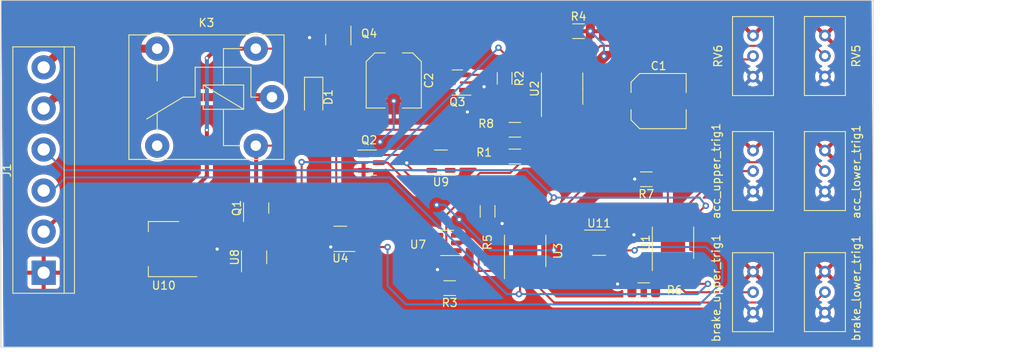
<source format=kicad_pcb>
(kicad_pcb (version 20221018) (generator pcbnew)
  (layers (0 "F.Cu" signal) (31 "B.Cu" signal) (34 "B.Paste" user) (35 "F.Paste" user) (36 "B.SilkS" user "B.Silkscreen") (37 "F.SilkS" user "F.Silkscreen") (38 "B.Mask" user) (39 "F.Mask" user) (44 "Edge.Cuts" user))
  (net 0 "")
  (net 1 "VCC")
  (net 2 "GND")
  (net 3 "12V")
  (net 4 "Shutdown B")
  (net 6 "Shutdown A")
  (net 7 "Net-(Q1-G)")
  (net 8 "Net-(Q2-G)")
  (net 9 "Net-(Q2-D)")
  (net 10 "Net-(Q3-G)")
  (net 11 "Net-(Q3-D)")
  (net 12 "Net-(U11-A)")
  (net 13 "b_in")
  (net 14 "a_in")
  (net 15 "Net-(U11-B)")
  (net 16 "Net-(R2-Pad1)")
  (net 17 "Net-(U7-A)")
  (net 18 "Net-(U7-B)")
  (net 21 "Net-(U11-Y)")
  (net 22 "Net-(U3A-+)")
  (net 23 "Net-(U3B-+)")
  (net 24 "Net-(U1B--)")
  (net 25 "Net-(U2B-+)")
  (net 26 "Net-(U2A-+)")
  (net 27 "Net-(U1A--)")
  (net 28 "Net-(U4-Y)")
  (net 29 "Net-(U4-B)")
  (net 30 "Net-(D1-A)")
  (footprint "Potentiometer_THT:Potentiometer_Bourns_3296W_Vertical" (layer "F.Cu") (at 107.442 46.228 -90)
    (fp_text reference "RV6" (at -2.54 4.318 90) (layer "F.SilkS"))
    (fp_text value "1K trimmer")
    (pad "1" thru_hole circle (at 0 0 270) (size 1.44 1.44) (drill 0.8) (layers "*.Cu" "*.Mask") (net 1 "VCC"))
    (pad "2" thru_hole circle (at -2.54 0 270) (size 1.44 1.44) (drill 0.8) (layers "*.Cu" "*.Mask") (net 26 "Net-(U2A-+)"))
    (pad "3" thru_hole circle (at -5.08 0 270) (size 1.44 1.44) (drill 0.8) (layers "*.Cu" "*.Mask") (net 2 "GND"))
  )
  (footprint "Resistor_SMD:R_1206_3216Metric" (layer "F.Cu") (at 74.6 62.9 -90)
    (fp_text reference "R5" (at 3.81 0 90) (layer "F.SilkS"))
    (fp_text value "R")
    (pad "1" smd roundrect (at -1.4625 0 270) (size 1.125 1.75) (layers "F.Cu" "F.Paste" "F.Mask") (roundrect_rratio 0.2222222222) (net 17 "Net-(U7-A)"))
    (pad "2" smd roundrect (at 1.4625 0 270) (size 1.125 1.75) (layers "F.Cu" "F.Paste" "F.Mask") (roundrect_rratio 0.2222222222) (net 1 "VCC"))
  )
  (footprint "Resistor_SMD:R_1206_3216Metric" (layer "F.Cu") (at 77.978 52.802 180)
    (fp_text reference "R8" (at 3.556 0.752) (layer "F.SilkS"))
    (fp_text value "1k")
    (pad "1" smd roundrect (at -1.4625 0 180) (size 1.125 1.75) (layers "F.Cu" "F.Paste" "F.Mask") (roundrect_rratio 0.2222222222) (net 10 "Net-(Q3-G)"))
    (pad "2" smd roundrect (at 1.4625 0 180) (size 1.125 1.75) (layers "F.Cu" "F.Paste" "F.Mask") (roundrect_rratio 0.2222222222) (net 1 "VCC"))
  )
  (footprint "Resistor_SMD:R_1206_3216Metric" (layer "F.Cu") (at 94.234 58.928 180)
    (fp_text reference "R7" (at 0 -1.82) (layer "F.SilkS"))
    (fp_text value "R")
    (pad "1" smd roundrect (at -1.4625 0 180) (size 1.125 1.75) (layers "F.Cu" "F.Paste" "F.Mask") (roundrect_rratio 0.2222222222) (net 12 "Net-(U11-A)"))
    (pad "2" smd roundrect (at 1.4625 0 180) (size 1.125 1.75) (layers "F.Cu" "F.Paste" "F.Mask") (roundrect_rratio 0.2222222222) (net 1 "VCC"))
  )
  (footprint "TerminalBlock:TerminalBlock_bornier-6_P5.08mm" (layer "F.Cu") (at 19.685 70.485 90)
    (fp_text reference "J1" (at 12.65 -4.55 90) (layer "F.SilkS"))
    (fp_text value "Screw_Terminal_01x06")
    (pad "1" thru_hole rect (at 0 0 90) (size 3 3) (drill 1.52) (layers "*.Cu" "*.Mask") (net 2 "GND"))
    (pad "2" thru_hole circle (at 5.08 0 90) (size 3 3) (drill 1.52) (layers "*.Cu" "*.Mask") (net 3 "12V"))
    (pad "3" thru_hole circle (at 10.16 0 90) (size 3 3) (drill 1.52) (layers "*.Cu" "*.Mask") (net 14 "a_in"))
    (pad "4" thru_hole circle (at 15.24 0 90) (size 3 3) (drill 1.52) (layers "*.Cu" "*.Mask") (net 13 "b_in"))
    (pad "5" thru_hole circle (at 20.32 0 90) (size 3 3) (drill 1.52) (layers "*.Cu" "*.Mask") (net 6 "Shutdown A"))
    (pad "6" thru_hole circle (at 25.4 0 90) (size 3 3) (drill 1.52) (layers "*.Cu" "*.Mask") (net 4 "Shutdown B"))
  )
  (footprint "Potentiometer_THT:Potentiometer_Bourns_3296W_Vertical" (layer "F.Cu") (at 116.332 75.428 -90)
    (fp_text reference "brake_lower_trig1" (at -3.028 -3.868 90) (layer "F.SilkS"))
    (fp_text value "1K")
    (pad "1" thru_hole circle (at 0 0 270) (size 1.44 1.44) (drill 0.8) (layers "*.Cu" "*.Mask") (net 1 "VCC"))
    (pad "2" thru_hole circle (at -2.54 0 270) (size 1.44 1.44) (drill 0.8) (layers "*.Cu" "*.Mask") (net 22 "Net-(U3A-+)"))
    (pad "3" thru_hole circle (at -5.08 0 270) (size 1.44 1.44) (drill 0.8) (layers "*.Cu" "*.Mask") (net 2 "GND"))
  )
  (footprint "Relay_THT:Relay_SPDT_Finder_36.11" (layer "F.Cu") (at 47.928 48.768 180)
    (fp_text reference "K3" (at 8.1 9.2) (layer "F.SilkS"))
    (fp_text value "Relay_SPDT")
    (pad "11" thru_hole circle (at 0 0 180) (size 3 3) (drill 1.3) (layers "*.Cu" "*.Mask") (net 6 "Shutdown A"))
    (pad "12" thru_hole circle (at 14.2 -6 180) (size 3 3) (drill 1.3) (layers "*.Cu" "*.Mask"))
    (pad "14" thru_hole circle (at 14.2 6 180) (size 3 3) (drill 1.3) (layers "*.Cu" "*.Mask") (net 4 "Shutdown B"))
    (pad "A1" thru_hole circle (at 2 6 180) (size 3 3) (drill 1.3) (layers "*.Cu" "*.Mask") (net 3 "12V"))
    (pad "A2" thru_hole circle (at 2 -6 180) (size 3 3) (drill 1.3) (layers "*.Cu" "*.Mask") (net 30 "Net-(D1-A)"))
  )
  (footprint "Package_TO_SOT_SMD:SOT-23" (layer "F.Cu") (at 70.866 46.96 180)
    (fp_text reference "Q3" (at 0 -2.4) (layer "F.SilkS"))
    (fp_text value "AO3401A")
    (pad "1" smd roundrect (at -0.9375 -0.95 180) (size 1.475 0.6) (layers "F.Cu" "F.Paste" "F.Mask") (net 10 "Net-(Q3-G)"))
    (pad "2" smd roundrect (at -0.9375 0.95 180) (size 1.475 0.6) (layers "F.Cu" "F.Paste" "F.Mask") (net 1 "VCC"))
    (pad "3" smd roundrect (at 0.9375 0 180) (size 1.475 0.6) (layers "F.Cu" "F.Paste" "F.Mask") (net 11 "Net-(Q3-D)"))
  )
  (footprint "Potentiometer_THT:Potentiometer_Bourns_3296W_Vertical" (layer "F.Cu") (at 107.442 75.438 -90)
    (fp_text reference "brake_upper_trig1" (at -3.048 4.572 90) (layer "F.SilkS"))
    (fp_text value "1K")
    (pad "1" thru_hole circle (at 0 0 270) (size 1.44 1.44) (drill 0.8) (layers "*.Cu" "*.Mask") (net 1 "VCC"))
    (pad "2" thru_hole circle (at -2.54 0 270) (size 1.44 1.44) (drill 0.8) (layers "*.Cu" "*.Mask") (net 27 "Net-(U1A--)"))
    (pad "3" thru_hole circle (at -5.08 0 270) (size 1.44 1.44) (drill 0.8) (layers "*.Cu" "*.Mask") (net 2 "GND"))
  )
  (footprint "Capacitor_SMD:C_Elec_6.3x7.7" (layer "F.Cu") (at 95.758 49.256)
    (fp_text reference "C1" (at 0 -4.35) (layer "F.SilkS"))
    (fp_text value "47u")
    (pad "1" smd roundrect (at -2.5375 0) (size 3.325 1.6) (layers "F.Cu" "F.Paste" "F.Mask") (roundrect_rratio 0.15625) (net 9 "Net-(Q2-D)"))
    (pad "2" smd roundrect (at 2.5375 0) (size 3.325 1.6) (layers "F.Cu" "F.Paste" "F.Mask") (roundrect_rratio 0.15625) (net 2 "GND"))
  )
  (footprint "Potentiometer_THT:Potentiometer_Bourns_3296W_Vertical" (layer "F.Cu") (at 116.332 60.452 -90)
    (fp_text reference "acc_lower_trig1" (at -2.452 -3.868 90) (layer "F.SilkS"))
    (fp_text value "1K")
    (pad "1" thru_hole circle (at 0 0 270) (size 1.44 1.44) (drill 0.8) (layers "*.Cu" "*.Mask") (net 1 "VCC"))
    (pad "2" thru_hole circle (at -2.54 0 270) (size 1.44 1.44) (drill 0.8) (layers "*.Cu" "*.Mask") (net 23 "Net-(U3B-+)"))
    (pad "3" thru_hole circle (at -5.08 0 270) (size 1.44 1.44) (drill 0.8) (layers "*.Cu" "*.Mask") (net 2 "GND"))
  )
  (footprint "Resistor_SMD:R_1206_3216Metric" (layer "F.Cu") (at 93.9185 72.644 180)
    (fp_text reference "R6" (at -3.81 0) (layer "F.SilkS"))
    (fp_text value "R")
    (pad "1" smd roundrect (at -1.4625 0 180) (size 1.125 1.75) (layers "F.Cu" "F.Paste" "F.Mask") (roundrect_rratio 0.2222222222) (net 15 "Net-(U11-B)"))
    (pad "2" smd roundrect (at 1.4625 0 180) (size 1.125 1.75) (layers "F.Cu" "F.Paste" "F.Mask") (roundrect_rratio 0.2222222222) (net 1 "VCC"))
  )
  (footprint "Package_TO_SOT_SMD:SOT-223" (layer "F.Cu") (at 34.544 67.564 180)
    (fp_text reference "U10" (at 0 -4.5) (layer "F.SilkS"))
    (fp_text value "AMS1117-5.0")
    (pad "1" smd rect (at -3.15 -2.3 180) (size 2 1.5) (layers "F.Cu" "F.Paste" "F.Mask") (net 2 "GND"))
    (pad "2" smd rect (at -3.15 0 180) (size 2 1.5) (layers "F.Cu" "F.Paste" "F.Mask") (net 1 "VCC"))
    (pad "3" smd rect (at -3.15 2.3 180) (size 2 1.5) (layers "F.Cu" "F.Paste" "F.Mask") (net 3 "12V"))
    (pad "4" smd rect (at 3.15 0 180) (size 2 3.8) (layers "F.Cu" "F.Paste" "F.Mask"))
  )
  (footprint "Package_TO_SOT_SMD:SOT-23-5" (layer "F.Cu") (at 68.834 56.866 180)
    (fp_text reference "U9" (at 0 -2.4) (layer "F.SilkS"))
    (fp_text value "74LVC1GU04DRL")
    (pad "1" smd roundrect (at -1.1375 -0.95 180) (size 1.325 0.6) (layers "F.Cu" "F.Paste" "F.Mask"))
    (pad "2" smd roundrect (at -1.1375 0 180) (size 1.325 0.6) (layers "F.Cu" "F.Paste" "F.Mask") (net 28 "Net-(U4-Y)"))
    (pad "3" smd roundrect (at -1.1375 0.95 180) (size 1.325 0.6) (layers "F.Cu" "F.Paste" "F.Mask") (net 2 "GND"))
    (pad "4" smd roundrect (at 1.1375 0.95 180) (size 1.325 0.6) (layers "F.Cu" "F.Paste" "F.Mask") (net 8 "Net-(Q2-G)"))
    (pad "5" smd roundrect (at 1.1375 -0.95 180) (size 1.325 0.6) (layers "F.Cu" "F.Paste" "F.Mask") (net 1 "VCC"))
  )
  (footprint "Resistor_SMD:R_1206_3216Metric" (layer "F.Cu") (at 76.708 46.452 -90)
    (fp_text reference "R2" (at 0 -1.82 90) (layer "F.SilkS"))
    (fp_text value "R")
    (pad "1" smd roundrect (at -1.4625 0 270) (size 1.125 1.75) (layers "F.Cu" "F.Paste" "F.Mask") (roundrect_rratio 0.2222222222) (net 16 "Net-(R2-Pad1)"))
    (pad "2" smd roundrect (at 1.4625 0 270) (size 1.125 1.75) (layers "F.Cu" "F.Paste" "F.Mask") (roundrect_rratio 0.2222222222) (net 1 "VCC"))
  )
  (footprint "Package_TO_SOT_SMD:SOT-23-5" (layer "F.Cu") (at 88.392 66.772)
    (fp_text reference "U11" (at 0 -2.4) (layer "F.SilkS"))
    (fp_text value "SN74AHC1G08DBVRE4")
    (pad "1" smd roundrect (at -1.1375 -0.95) (size 1.325 0.6) (layers "F.Cu" "F.Paste" "F.Mask") (net 12 "Net-(U11-A)"))
    (pad "2" smd roundrect (at -1.1375 0) (size 1.325 0.6) (layers "F.Cu" "F.Paste" "F.Mask") (net 15 "Net-(U11-B)"))
    (pad "3" smd roundrect (at -1.1375 0.95) (size 1.325 0.6) (layers "F.Cu" "F.Paste" "F.Mask") (net 2 "GND"))
    (pad "4" smd roundrect (at 1.1375 0.95) (size 1.325 0.6) (layers "F.Cu" "F.Paste" "F.Mask") (net 21 "Net-(U11-Y)"))
    (pad "5" smd roundrect (at 1.1375 -0.95) (size 1.325 0.6) (layers "F.Cu" "F.Paste" "F.Mask") (net 1 "VCC"))
  )
  (footprint "Resistor_SMD:R_1206_3216Metric" (layer "F.Cu") (at 77.978 56.104)
    (fp_text reference "R1" (at -3.81 -0.498) (layer "F.SilkS"))
    (fp_text value "10k")
    (pad "1" smd roundrect (at -1.4625 0) (size 1.125 1.75) (layers "F.Cu" "F.Paste" "F.Mask") (roundrect_rratio 0.2222222222) (net 28 "Net-(U4-Y)"))
    (pad "2" smd roundrect (at 1.4625 0) (size 1.125 1.75) (layers "F.Cu" "F.Paste" "F.Mask") (roundrect_rratio 0.2222222222) (net 9 "Net-(Q2-D)"))
  )
  (footprint "Capacitor_SMD:C_Elec_6.3x7.7" (layer "F.Cu") (at 62.992 46.706 -90)
    (fp_text reference "C2" (at 0 -4.35 90) (layer "F.SilkS"))
    (fp_text value "47u")
    (pad "1" smd roundrect (at -2.5375 0 270) (size 3.325 1.6) (layers "F.Cu" "F.Paste" "F.Mask") (roundrect_rratio 0.15625) (net 11 "Net-(Q3-D)"))
    (pad "2" smd roundrect (at 2.5375 0 270) (size 3.325 1.6) (layers "F.Cu" "F.Paste" "F.Mask") (roundrect_rratio 0.15625) (net 2 "GND"))
  )
  (footprint "Potentiometer_THT:Potentiometer_Bourns_3296W_Vertical" (layer "F.Cu") (at 107.442 60.452 -90)
    (fp_text reference "acc_upper_trig1" (at -2.54 4.572 90) (layer "F.SilkS"))
    (fp_text value "1K")
    (pad "1" thru_hole circle (at 0 0 270) (size 1.44 1.44) (drill 0.8) (layers "*.Cu" "*.Mask") (net 1 "VCC"))
    (pad "2" thru_hole circle (at -2.54 0 270) (size 1.44 1.44) (drill 0.8) (layers "*.Cu" "*.Mask") (net 24 "Net-(U1B--)"))
    (pad "3" thru_hole circle (at -5.08 0 270) (size 1.44 1.44) (drill 0.8) (layers "*.Cu" "*.Mask") (net 2 "GND"))
  )
  (footprint "Package_TO_SOT_SMD:SOT-23" (layer "F.Cu") (at 45.974 62.484 90)
    (fp_text reference "Q1" (at 0 -2.4 90) (layer "F.SilkS"))
    (fp_text value "2N7000")
    (pad "1" smd roundrect (at -0.9375 -0.95 90) (size 1.475 0.6) (layers "F.Cu" "F.Paste" "F.Mask") (net 2 "GND"))
    (pad "2" smd roundrect (at -0.9375 0.95 90) (size 1.475 0.6) (layers "F.Cu" "F.Paste" "F.Mask") (net 7 "Net-(Q1-G)"))
    (pad "3" smd roundrect (at 0.9375 0 90) (size 1.475 0.6) (layers "F.Cu" "F.Paste" "F.Mask") (net 30 "Net-(D1-A)"))
  )
  (footprint "Package_TO_SOT_SMD:SOT-23-5" (layer "F.Cu") (at 56.388 66.294 180)
    (fp_text reference "U4" (at 0 -2.4) (layer "F.SilkS"))
    (fp_text value "SN74AHC1G32DBVRE4")
    (pad "1" smd roundrect (at -1.1375 -0.95 180) (size 1.325 0.6) (layers "F.Cu" "F.Paste" "F.Mask") (net 21 "Net-(U11-Y)"))
    (pad "2" smd roundrect (at -1.1375 0 180) (size 1.325 0.6) (layers "F.Cu" "F.Paste" "F.Mask") (net 29 "Net-(U4-B)"))
    (pad "3" smd roundrect (at -1.1375 0.95 180) (size 1.325 0.6) (layers "F.Cu" "F.Paste" "F.Mask") (net 2 "GND"))
    (pad "4" smd roundrect (at 1.1375 0.95 180) (size 1.325 0.6) (layers "F.Cu" "F.Paste" "F.Mask") (net 28 "Net-(U4-Y)"))
    (pad "5" smd roundrect (at 1.1375 -0.95 180) (size 1.325 0.6) (layers "F.Cu" "F.Paste" "F.Mask") (net 1 "VCC"))
  )
  (footprint "Diode_SMD:D_1206_3216Metric_Pad1.42x1.75mm_HandSolder" (layer "F.Cu") (at 53.086 48.768 -90)
    (fp_text reference "D1" (at 0 -1.82 90) (layer "F.SilkS"))
    (fp_text value "D")
    (pad "1" smd roundrect (at -1.4875 0 270) (size 1.425 1.75) (layers "F.Cu" "F.Paste" "F.Mask") (roundrect_rratio 0.1754392982) (net 3 "12V"))
    (pad "2" smd roundrect (at 1.4875 0 270) (size 1.425 1.75) (layers "F.Cu" "F.Paste" "F.Mask") (roundrect_rratio 0.1754392982) (net 30 "Net-(D1-A)"))
  )
  (footprint "Package_TO_SOT_SMD:SOT-23-5" (layer "F.Cu") (at 69.596 66.802 180)
    (fp_text reference "U7" (at 3.596 -0.198) (layer "F.SilkS"))
    (fp_text value "SN74AHC1G32DBVRE4")
    (pad "1" smd roundrect (at -1.1375 -0.95 180) (size 1.325 0.6) (layers "F.Cu" "F.Paste" "F.Mask") (net 17 "Net-(U7-A)"))
    (pad "2" smd roundrect (at -1.1375 0 180) (size 1.325 0.6) (layers "F.Cu" "F.Paste" "F.Mask") (net 18 "Net-(U7-B)"))
    (pad "3" smd roundrect (at -1.1375 0.95 180) (size 1.325 0.6) (layers "F.Cu" "F.Paste" "F.Mask") (net 2 "GND"))
    (pad "4" smd roundrect (at 1.1375 0.95 180) (size 1.325 0.6) (layers "F.Cu" "F.Paste" "F.Mask") (net 29 "Net-(U4-B)"))
    (pad "5" smd roundrect (at 1.1375 -0.95 180) (size 1.325 0.6) (layers "F.Cu" "F.Paste" "F.Mask") (net 1 "VCC"))
  )
  (footprint "Package_TO_SOT_SMD:SOT-23" (layer "F.Cu") (at 56.134 41.656 -90)
    (fp_text reference "Q4" (at -0.762 -3.81) (layer "F.SilkS"))
    (fp_text value "Q_NMOS_Depletion_DGS")
    (pad "1" smd roundrect (at -0.9375 -0.95 270) (size 1.475 0.6) (layers "F.Cu" "F.Paste" "F.Mask") (net 11 "Net-(Q3-D)"))
    (pad "2" smd roundrect (at -0.9375 0.95 270) (size 1.475 0.6) (layers "F.Cu" "F.Paste" "F.Mask") (net 1 "VCC"))
    (pad "3" smd roundrect (at 0.9375 0 270) (size 1.475 0.6) (layers "F.Cu" "F.Paste" "F.Mask") (net 2 "GND"))
  )
  (footprint "Package_SO:SOIC-8-1EP_3.9x4.9mm_P1.27mm_EP2.29x3mm" (layer "F.Cu") (at 83.82 47.722 90)
    (fp_text reference "U2" (at 0 -3.4 90) (layer "F.SilkS"))
    (fp_text value "LM393")
    (pad "1" smd roundrect (at -2.475 -1.905 90) (size 1.95 0.6) (layers "F.Cu" "F.Paste" "F.Mask") (net 10 "Net-(Q3-G)"))
    (pad "2" smd roundrect (at -2.475 -0.635 90) (size 1.95 0.6) (layers "F.Cu" "F.Paste" "F.Mask") (net 9 "Net-(Q2-D)"))
    (pad "3" smd roundrect (at -2.475 0.635 90) (size 1.95 0.6) (layers "F.Cu" "F.Paste" "F.Mask") (net 26 "Net-(U2A-+)"))
    (pad "4" smd roundrect (at -2.475 1.905 90) (size 1.95 0.6) (layers "F.Cu" "F.Paste" "F.Mask") (net 2 "GND"))
    (pad "5" smd roundrect (at 2.475 1.905 90) (size 1.95 0.6) (layers "F.Cu" "F.Paste" "F.Mask") (net 25 "Net-(U2B-+)"))
    (pad "6" smd roundrect (at 2.475 0.635 90) (size 1.95 0.6) (layers "F.Cu" "F.Paste" "F.Mask") (net 11 "Net-(Q3-D)"))
    (pad "7" smd roundrect (at 2.475 -0.635 90) (size 1.95 0.6) (layers "F.Cu" "F.Paste" "F.Mask") (net 16 "Net-(R2-Pad1)"))
    (pad "8" smd roundrect (at 2.475 -1.905 90) (size 1.95 0.6) (layers "F.Cu" "F.Paste" "F.Mask") (net 1 "VCC"))
    (pad "9" smd rect (at 0 0 90) (size 2.29 3) (layers "F.Cu" "F.Mask"))
  )
  (footprint "Resistor_SMD:R_1206_3216Metric" (layer "F.Cu") (at 69.9115 72.39 180)
    (fp_text reference "R3" (at 0 -1.82) (layer "F.SilkS"))
    (fp_text value "R")
    (pad "1" smd roundrect (at -1.4625 0 180) (size 1.125 1.75) (layers "F.Cu" "F.Paste" "F.Mask") (roundrect_rratio 0.2222222222) (net 18 "Net-(U7-B)"))
    (pad "2" smd roundrect (at 1.4625 0 180) (size 1.125 1.75) (layers "F.Cu" "F.Paste" "F.Mask") (roundrect_rratio 0.2222222222) (net 1 "VCC"))
  )
  (footprint "Package_SO:SOIC-8-1EP_3.9x4.9mm_P1.27mm_EP2.29x3mm" (layer "F.Cu") (at 97.536 66.772 90)
    (fp_text reference "U1" (at 0 -3.4 90) (layer "F.SilkS"))
    (fp_text value "LM393")
    (pad "1" smd roundrect (at -2.475 -1.905 90) (size 1.95 0.6) (layers "F.Cu" "F.Paste" "F.Mask") (net 15 "Net-(U11-B)"))
    (pad "2" smd roundrect (at -2.475 -0.635 90) (size 1.95 0.6) (layers "F.Cu" "F.Paste" "F.Mask") (net 27 "Net-(U1A--)"))
    (pad "3" smd roundrect (at -2.475 0.635 90) (size 1.95 0.6) (layers "F.Cu" "F.Paste" "F.Mask") (net 14 "a_in"))
    (pad "4" smd roundrect (at -2.475 1.905 90) (size 1.95 0.6) (layers "F.Cu" "F.Paste" "F.Mask") (net 2 "GND"))
    (pad "5" smd roundrect (at 2.475 1.905 90) (size 1.95 0.6) (layers "F.Cu" "F.Paste" "F.Mask") (net 13 "b_in"))
    (pad "6" smd roundrect (at 2.475 0.635 90) (size 1.95 0.6) (layers "F.Cu" "F.Paste" "F.Mask") (net 24 "Net-(U1B--)"))
    (pad "7" smd roundrect (at 2.475 -0.635 90) (size 1.95 0.6) (layers "F.Cu" "F.Paste" "F.Mask") (net 12 "Net-(U11-A)"))
    (pad "8" smd roundrect (at 2.475 -1.905 90) (size 1.95 0.6) (layers "F.Cu" "F.Paste" "F.Mask") (net 1 "VCC"))
    (pad "9" smd rect (at 0 0 90) (size 2.29 3) (layers "F.Cu" "F.Mask"))
  )
  (footprint "Package_SO:SOIC-8-1EP_3.9x4.9mm_P1.27mm_EP2.29x3mm" (layer "F.Cu") (at 79.248 67.788 90)
    (fp_text reference "U3" (at 0 4.064 90) (layer "F.SilkS"))
    (fp_text value "LM393" hide)
    (pad "1" smd roundrect (at -2.475 -1.905 90) (size 1.95 0.6) (layers "F.Cu" "F.Paste" "F.Mask") (net 18 "Net-(U7-B)"))
    (pad "2" smd roundrect (at -2.475 -0.635 90) (size 1.95 0.6) (layers "F.Cu" "F.Paste" "F.Mask") (net 14 "a_in"))
    (pad "3" smd roundrect (at -2.475 0.635 90) (size 1.95 0.6) (layers "F.Cu" "F.Paste" "F.Mask") (net 22 "Net-(U3A-+)"))
    (pad "4" smd roundrect (at -2.475 1.905 90) (size 1.95 0.6) (layers "F.Cu" "F.Paste" "F.Mask") (net 2 "GND"))
    (pad "5" smd roundrect (at 2.475 1.905 90) (size 1.95 0.6) (layers "F.Cu" "F.Paste" "F.Mask") (net 23 "Net-(U3B-+)"))
    (pad "6" smd roundrect (at 2.475 0.635 90) (size 1.95 0.6) (layers "F.Cu" "F.Paste" "F.Mask") (net 13 "b_in"))
    (pad "7" smd roundrect (at 2.475 -0.635 90) (size 1.95 0.6) (layers "F.Cu" "F.Paste" "F.Mask") (net 17 "Net-(U7-A)"))
    (pad "8" smd roundrect (at 2.475 -1.905 90) (size 1.95 0.6) (layers "F.Cu" "F.Paste" "F.Mask") (net 1 "VCC"))
    (pad "9" smd rect (at 0 0 90) (size 2.29 3) (layers "F.Cu" "F.Mask"))
  )
  (footprint "Package_TO_SOT_SMD:SOT-23" (layer "F.Cu") (at 60.198 56.866)
    (fp_text reference "Q2" (at -0.254 -2.784) (layer "F.SilkS"))
    (fp_text value "2N7002H")
    (pad "1" smd roundrect (at -0.9375 -0.95) (size 1.475 0.6) (layers "F.Cu" "F.Paste" "F.Mask") (net 8 "Net-(Q2-G)"))
    (pad "2" smd roundrect (at -0.9375 0.95) (size 1.475 0.6) (layers "F.Cu" "F.Paste" "F.Mask") (net 2 "GND"))
    (pad "3" smd roundrect (at 0.9375 0) (size 1.475 0.6) (layers "F.Cu" "F.Paste" "F.Mask") (net 9 "Net-(Q2-D)"))
  )
  (footprint "Potentiometer_THT:Potentiometer_Bourns_3296W_Vertical" (layer "F.Cu") (at 116.332 46.218 -90)
    (fp_text reference "RV5" (at -2.54 -3.868 90) (layer "F.SilkS"))
    (fp_text value "1K trimmer")
    (pad "1" thru_hole circle (at 0 0 270) (size 1.44 1.44) (drill 0.8) (layers "*.Cu" "*.Mask") (net 1 "VCC"))
    (pad "2" thru_hole circle (at -2.54 0 270) (size 1.44 1.44) (drill 0.8) (layers "*.Cu" "*.Mask") (net 25 "Net-(U2B-+)"))
    (pad "3" thru_hole circle (at -5.08 0 270) (size 1.44 1.44) (drill 0.8) (layers "*.Cu" "*.Mask") (net 2 "GND"))
  )
  (footprint "Resistor_SMD:R_1206_3216Metric" (layer "F.Cu") (at 85.852 40.61)
    (fp_text reference "R4" (at 0 -1.82) (layer "F.SilkS"))
    (fp_text value "100k")
    (pad "1" smd roundrect (at -1.4625 0) (size 1.125 1.75) (layers "F.Cu" "F.Paste" "F.Mask") (roundrect_rratio 0.2222222222) (net 11 "Net-(Q3-D)"))
    (pad "2" smd roundrect (at 1.4625 0) (size 1.125 1.75) (layers "F.Cu" "F.Paste" "F.Mask") (roundrect_rratio 0.2222222222) (net 2 "GND"))
  )
  (footprint "Package_TO_SOT_SMD:SOT-23-5" (layer "F.Cu") (at 45.72 68.58 90)
    (fp_text reference "U8" (at 0 -2.4 90) (layer "F.SilkS"))
    (fp_text value "74LVC1GU04DRL")
    (pad "1" smd roundrect (at -1.1375 -0.95 90) (size 1.325 0.6) (layers "F.Cu" "F.Paste" "F.Mask"))
    (pad "2" smd roundrect (at -1.1375 0 90) (size 1.325 0.6) (layers "F.Cu" "F.Paste" "F.Mask") (net 16 "Net-(R2-Pad1)"))
    (pad "3" smd roundrect (at -1.1375 0.95 90) (size 1.325 0.6) (layers "F.Cu" "F.Paste" "F.Mask") (net 2 "GND"))
    (pad "4" smd roundrect (at 1.1375 0.95 90) (size 1.325 0.6) (layers "F.Cu" "F.Paste" "F.Mask") (net 7 "Net-(Q1-G)"))
    (pad "5" smd roundrect (at 1.1375 -0.95 90) (size 1.325 0.6) (layers "F.Cu" "F.Paste" "F.Mask") (net 1 "VCC"))
  )
  (gr_rect (start 14.4 36.8) (end 122.3 79.7) (stroke (width 0.1)) (fill none) (layer "Edge.Cuts"))
  (segment (start 68.449 70.051) (end 68.449 67.7615) (width 0.25) (layer "F.Cu") (net 1))
  (segment (start 64.6 56.9) (end 64.6 57.1) (width 0.25) (layer "F.Cu") (net 1))
  (segment (start 76.3925 64.3625) (end 74.6 64.3625) (width 0.25) (layer "F.Cu") (net 1))
  (segment (start 68.2 68.0105) (end 68.4585 67.752) (width 0.25) (layer "F.Cu") (net 1))
  (segment (start 41.148 67.564) (end 44.6485 67.564) (width 0.25) (layer "F.Cu") (net 1))
  (segment (start 71.8035 46.01) (end 74.8035 46.01) (width 0.25) (layer "F.Cu") (net 1))
  (segment (start 72.1 50.6) (end 73.48 50.6) (width 0.25) (layer "F.Cu") (net 1))
  (segment (start 37.8155 67.4425) (end 37.694 67.564) (width 0.25) (layer "F.Cu") (net 1))
  (segment (start 52.832 40.894) (end 52.578 41.148) (width 0.25) (layer "F.Cu") (net 1))
  (segment (start 77.343 65.313) (end 76.43 64.4) (width 0.25) (layer "F.Cu") (net 1))
  (segment (start 74.8035 46.01) (end 74.168 46.6455) (width 0.25) (layer "F.Cu") (net 1))
  (segment (start 68.4 70.1) (end 68.449 70.051) (width 0.25) (layer "F.Cu") (net 1))
  (segment (start 53.0075 40.7185) (end 52.832 40.894) (width 0.25) (layer "F.Cu") (net 1))
  (segment (start 81.915 45.247) (end 79.2475 47.9145) (width 0.25) (layer "F.Cu") (net 1))
  (segment (start 65.316 57.816) (end 67.6965 57.816) (width 0.25) (layer "F.Cu") (net 1))
  (segment (start 74.8035 46.01) (end 76.708 47.9145) (width 0.25) (layer "F.Cu") (net 1))
  (segment (start 92.456 72.898) (end 91.44 71.882) (width 0.25) (layer "F.Cu") (net 1))
  (segment (start 91.44 71.882) (end 90.678 71.882) (width 0.25) (layer "F.Cu") (net 1))
  (segment (start 74.168 46.6455) (end 74.168 47.478) (width 0.25) (layer "F.Cu") (net 1))
  (segment (start 94.106 65.822) (end 92.746 65.822) (width 0.25) (layer "F.Cu") (net 1))
  (segment (start 76.43 64.4) (end 76.4 64.4) (width 0.25) (layer "F.Cu") (net 1))
  (segment (start 68.449 67.7615) (end 68.4585 67.752) (width 0.25) (layer "F.Cu") (net 1))
  (segment (start 55.184 40.7185) (end 53.0075 40.7185) (width 0.25) (layer "F.Cu") (net 1))
  (segment (start 92.674 65.822) (end 89.5295 65.822) (width 0.25) (layer "F.Cu") (net 1))
  (segment (start 64.6 57.1) (end 65.316 57.816) (width 0.25) (layer "F.Cu") (net 1))
  (segment (start 73.48 50.6) (end 75.682 52.802) (width 0.25) (layer "F.Cu") (net 1))
  (segment (start 92.71 65.786) (end 92.674 65.822) (width 0.25) (layer "F.Cu") (net 1))
  (segment (start 52.578 41.148) (end 52.578 41.402) (width 0.25) (layer "F.Cu") (net 1))
  (segment (start 76.4 64.37) (end 76.3925 64.3625) (width 0.25) (layer "F.Cu") (net 1))
  (segment (start 95.631 64.297) (end 94.106 65.822) (width 0.25) (layer "F.Cu") (net 1))
  (segment (start 68.449 72.39) (end 68.449 70.149) (width 0.25) (layer "F.Cu") (net 1))
  (segment (start 37.694 67.564) (end 41.148 67.564) (width 0.25) (layer "F.Cu") (net 1))
  (segment (start 68.449 70.149) (end 68.4 70.1) (width 0.25) (layer "F.Cu") (net 1))
  (segment (start 92.746 65.822) (end 92.71 65.786) (width 0.25) (layer "F.Cu") (net 1))
  (segment (start 79.2475 47.9145) (end 76.708 47.9145) (width 0.25) (layer "F.Cu") (net 1))
  (segment (start 75.682 52.802) (end 76.5155 52.802) (width 0.25) (layer "F.Cu") (net 1))
  (segment (start 77.4085 65.2475) (end 77.343 65.313) (width 0.25) (layer "F.Cu") (net 1))
  (segment (start 44.6485 67.564) (end 44.77 67.4425) (width 0.25) (layer "F.Cu") (net 1))
  (segment (start 76.4 64.4) (end 76.4 64.37) (width 0.25) (layer "F.Cu") (net 1))
  (via (at 74.168 47.478) (size 0.8) (drill 0.4) (layers "F.Cu" "B.Cu") (net 1))
  (via (at 68.4 70.1) (size 0.8) (drill 0.4) (layers "F.Cu" "B.Cu") (net 1))
  (via (at 92.8 58.9) (size 0.8) (drill 0.4) (layers "F.Cu" "B.Cu") (net 1))
  (via (at 52.578 41.402) (size 0.8) (drill 0.4) (layers "F.Cu" "B.Cu") (net 1))
  (via (at 76.4 64.4) (size 0.8) (drill 0.4) (layers "F.Cu" "B.Cu") (net 1))
  (via (at 55.2 67.3) (size 0.8) (drill 0.4) (layers "F.Cu" "B.Cu") (net 1))
  (via (at 64.6 56.9) (size 0.8) (drill 0.4) (layers "F.Cu" "B.Cu") (net 1))
  (via (at 92.71 65.786) (size 0.8) (drill 0.4) (layers "F.Cu" "B.Cu") (net 1))
  (via (at 90.678 71.882) (size 0.8) (drill 0.4) (layers "F.Cu" "B.Cu") (net 1))
  (via (at 72.1 50.6) (size 0.8) (drill 0.4) (layers "F.Cu" "B.Cu") (net 1))
  (via (at 41.148 67.564) (size 0.8) (drill 0.4) (layers "F.Cu" "B.Cu") (net 1))
  (segment (start 107.452 75.428) (end 107.442 75.438) (width 0.25) (layer "B.Cu") (net 1))
  (segment (start 107.452 46.218) (end 107.442 46.228) (width 0.25) (layer "B.Cu") (net 1))
  (segment (start 70.7335 65.852) (end 71.1 65.4855) (width 0.25) (layer "F.Cu") (net 2))
  (segment (start 68.3 62.1) (end 68.5 62.1) (width 0.25) (layer "F.Cu") (net 2))
  (via (at 62.992 49.2435) (size 0.8) (drill 0.4) (layers "F.Cu" "B.Cu") (net 2))
  (via (at 71.1 63.9) (size 0.8) (drill 0.4) (layers "F.Cu" "B.Cu") (net 2))
  (via (at 89 43.7) (size 0.8) (drill 0.4) (layers "F.Cu" "B.Cu") (net 2))
  (via (at 68.3 62.1) (size 0.8) (drill 0.4) (layers "F.Cu" "B.Cu") (net 2))
  (via (at 82.8 67.7) (size 0.8) (drill 0.4) (layers "F.Cu" "B.Cu") (net 2))
  (via (at 87.3 40.6) (size 0.8) (drill 0.4) (layers "F.Cu" "B.Cu") (net 2))
  (via (at 61.3 54.3) (size 0.8) (drill 0.4) (layers "F.Cu" "B.Cu") (net 2))
  (segment (start 69.3 62.1) (end 71.1 63.9) (width 0.25) (layer "B.Cu") (net 2))
  (segment (start 62.992 52.608) (end 61.3 54.3) (width 0.25) (layer "B.Cu") (net 2))
  (segment (start 74.9 67.7) (end 82.8 67.7) (width 0.25) (layer "B.Cu") (net 2))
  (segment (start 62.992 49.2435) (end 62.992 52.608) (width 0.25) (layer "B.Cu") (net 2))
  (segment (start 116.322 41.148) (end 116.332 41.138) (width 0.25) (layer "B.Cu") (net 2))
  (segment (start 68.3 62.1) (end 69.3 62.1) (width 0.25) (layer "B.Cu") (net 2))
  (segment (start 71.1 63.9) (end 74.9 67.7) (width 0.25) (layer "B.Cu") (net 2))
  (segment (start 89 42.3) (end 89 43.7) (width 0.25) (layer "B.Cu") (net 2))
  (segment (start 61.3 54.3) (end 61.4 54.2) (width 0.25) (layer "B.Cu") (net 2))
  (segment (start 87.3 40.6) (end 89 42.3) (width 0.25) (layer "B.Cu") (net 2))
  (segment (start 22.098 62.992) (end 35.422 62.992) (width 0.5) (layer "F.Cu") (net 3))
  (segment (start 35.422 62.992) (end 39.878 58.536) (width 0.5) (layer "F.Cu") (net 3))
  (segment (start 53.086 45.466) (end 50.45 42.83) (width 0.25) (layer "F.Cu") (net 3))
  (segment (start 35.422 62.992) (end 37.694 65.264) (width 0.5) (layer "F.Cu") (net 3))
  (segment (start 50.45 42.768) (end 45.928 42.768) (width 0.25) (layer "F.Cu") (net 3))
  (segment (start 19.685 65.405) (end 22.098 62.992) (width 0.5) (layer "F.Cu") (net 3))
  (segment (start 53.086 47.2805) (end 53.086 45.466) (width 0.25) (layer "F.Cu") (net 3))
  (segment (start 50.45 42.83) (end 50.45 42.768) (width 0.25) (layer "F.Cu") (net 3))
  (segment (start 45.928 42.768) (end 41.052 42.768) (width 0.5) (layer "F.Cu") (net 3))
  (segment (start 39.878 58.536) (end 39.878 52.832) (width 0.5) (layer "F.Cu") (net 3))
  (segment (start 20.422 64.668) (end 19.685 65.405) (width 0.25) (layer "F.Cu") (net 3))
  (segment (start 41.052 42.768) (end 39.878 43.942) (width 0.5) (layer "F.Cu") (net 3))
  (via (at 39.878 43.942) (size 0.5) (drill 0.3) (layers "F.Cu" "B.Cu") (net 3))
  (via (at 39.878 52.832) (size 0.5) (drill 0.3) (layers "F.Cu" "B.Cu") (net 3))
  (segment (start 39.878 52.832) (end 39.878 43.942) (width 0.5) (layer "B.Cu") (net 3))
  (segment (start 33.728 42.768) (end 22.002 42.768) (width 1) (layer "F.Cu") (net 4))
  (segment (start 22.002 42.768) (end 19.685 45.085) (width 1) (layer "F.Cu") (net 4))
  (segment (start 47.928 48.768) (end 21.082 48.768) (width 1) (layer "F.Cu") (net 6))
  (segment (start 21.082 48.768) (end 19.685 50.165) (width 1) (layer "F.Cu") (net 6))
  (segment (start 46.67 67.4425) (end 46.67 63.6755) (width 0.25) (layer "F.Cu") (net 7))
  (segment (start 46.67 63.6755) (end 46.924 63.4215) (width 0.25) (layer "F.Cu") (net 7))
  (segment (start 67.6965 55.916) (end 59.2605 55.916) (width 0.25) (layer "F.Cu") (net 8))
  (segment (start 83.185 50.197) (end 83.185 52.3595) (width 0.25) (layer "F.Cu") (net 9))
  (segment (start 62.23 56.866) (end 61.1355 56.866) (width 0.25) (layer "F.Cu") (net 9))
  (segment (start 79.4405 56.104) (end 77.4085 58.136) (width 0.25) (layer "F.Cu") (net 9))
  (segment (start 77.4085 58.136) (end 73.66 58.136) (width 0.25) (layer "F.Cu") (net 9))
  (segment (start 65.786 60.422) (end 62.23 56.866) (width 0.25) (layer "F.Cu") (net 9))
  (segment (start 79.4405 56.104) (end 83.185 52.3595) (width 0.25) (layer "F.Cu") (net 9))
  (segment (start 93.2205 49.256) (end 86.3725 56.104) (width 0.25) (layer "F.Cu") (net 9))
  (segment (start 73.66 58.136) (end 71.374 60.422) (width 0.25) (layer "F.Cu") (net 9))
  (segment (start 86.3725 56.104) (end 79.4405 56.104) (width 0.25) (layer "F.Cu") (net 9))
  (segment (start 71.374 60.422) (end 65.786 60.422) (width 0.25) (layer "F.Cu") (net 9))
  (segment (start 73.9015 50.008) (end 78.486 50.008) (width 0.25) (layer "F.Cu") (net 10))
  (segment (start 81.915 50.3275) (end 79.4405 52.802) (width 0.25) (layer "F.Cu") (net 10))
  (segment (start 78.486 50.008) (end 79.4405 50.9625) (width 0.25) (layer "F.Cu") (net 10))
  (segment (start 81.915 50.197) (end 81.915 50.3275) (width 0.25) (layer "F.Cu") (net 10))
  (segment (start 79.4405 50.9625) (end 79.4405 52.802) (width 0.25) (layer "F.Cu") (net 10))
  (segment (start 71.8035 47.91) (end 73.9015 50.008) (width 0.25) (layer "F.Cu") (net 10))
  (segment (start 84.3895 45.1815) (end 84.455 45.247) (width 0.25) (layer "F.Cu") (net 11))
  (segment (start 65.3565 41.804) (end 62.992 44.1685) (width 0.25) (layer "F.Cu") (net 11))
  (segment (start 84.3895 40.61) (end 84.3895 45.1815) (width 0.25) (layer "F.Cu") (net 11))
  (segment (start 71.1225 40.61) (end 84.3895 40.61) (width 0.25) (layer "F.Cu") (net 11))
  (segment (start 59.542 40.7185) (end 57.084 40.7185) (width 0.25) (layer "F.Cu") (net 11))
  (segment (start 69.9285 41.804) (end 65.3565 41.804) (width 0.25) (layer "F.Cu") (net 11))
  (segment (start 69.9285 41.804) (end 71.1225 40.61) (width 0.25) (layer "F.Cu") (net 11))
  (segment (start 69.9285 46.96) (end 69.9285 41.804) (width 0.25) (layer "F.Cu") (net 11))
  (segment (start 62.992 44.1685) (end 59.542 40.7185) (width 0.25) (layer "F.Cu") (net 11))
  (segment (start 86.614 63.978) (end 88.646 61.946) (width 0.25) (layer "F.Cu") (net 12))
  (segment (start 86.614 65.1815) (end 86.614 63.978) (width 0.25) (layer "F.Cu") (net 12))
  (segment (start 87.2545 65.822) (end 86.614 65.1815) (width 0.25) (layer "F.Cu") (net 12))
  (segment (start 96.901 61.946) (end 96.901 64.297) (width 0.25) (layer "F.Cu") (net 12))
  (segment (start 88.646 61.946) (end 96.901 61.946) (width 0.25) (layer "F.Cu") (net 12))
  (segment (start 96.901 60.1325) (end 95.6965 58.928) (width 0.25) (layer "F.Cu") (net 12))
  (segment (start 96.901 61.946) (end 96.901 60.1325) (width 0.25) (layer "F.Cu") (net 12))
  (segment (start 101.6 62.21) (end 101.528 62.21) (width 0.25) (layer "F.Cu") (net 13))
  (segment (start 101.528 62.21) (end 99.441 64.297) (width 0.25) (layer "F.Cu") (net 13))
  (segment (start 79.883 64.115) (end 79.883 65.313) (width 0.25) (layer "F.Cu") (net 13))
  (segment (start 82.804 61.194) (end 79.883 64.115) (width 0.25) (layer "F.Cu") (net 13))
  (via (at 101.6 62.21) (size 0.8) (drill 0.4) (layers "F.Cu" "B.Cu") (net 13))
  (via (at 82.804 61.194) (size 0.8) (drill 0.4) (layers "F.Cu" "B.Cu") (net 13))
  (segment (start 79.41 57.8) (end 22.24 57.8) (width 0.25) (layer "B.Cu") (net 13))
  (segment (start 100.838 61.194) (end 101.6 62.21) (width 0.25) (layer "B.Cu") (net 13))
  (segment (start 101.6 62.21) (end 101.6 61.956) (width 0.25) (layer "B.Cu") (net 13))
  (segment (start 82.804 61.194) (end 100.838 61.194) (width 0.25) (layer "B.Cu") (net 13))
  (segment (start 22.24 57.8) (end 19.685 55.245) (width 0.25) (layer "B.Cu") (net 13))
  (segment (start 82.804 61.194) (end 82.55 60.94) (width 0.25) (layer "B.Cu") (net 13))
  (segment (start 82.804 61.194) (end 79.41 57.8) (width 0.25) (layer "B.Cu") (net 13))
  (segment (start 78.613 73.005) (end 78.613 70.263) (width 0.25) (layer "F.Cu") (net 14))
  (segment (start 78.486 73.132) (end 78.613 73.005) (width 0.25) (layer "F.Cu") (net 14))
  (segment (start 101.854 71.862) (end 99.811001 71.862) (width 0.25) (layer "F.Cu") (net 14))
  (segment (start 99.811001 71.862) (end 98.171 70.221999) (width 0.25) (layer "F.Cu") (net 14))
  (segment (start 98.171 70.221999) (end 98.171 69.247) (width 0.25) (layer "F.Cu") (net 14))
  (via (at 78.486 73.132) (size 0.8) (drill 0.4) (layers "F.Cu" "B.Cu") (net 14))
  (via (at 101.854 71.862) (size 0.8) (drill 0.4) (layers "F.Cu" "B.Cu") (net 14))
  (segment (start 76.962 73.132) (end 62.53 58.7) (width 0.25) (layer "B.Cu") (net 14))
  (segment (start 100.584 73.132) (end 101.854 71.862) (width 0.25) (layer "B.Cu") (net 14))
  (segment (start 62.53 58.7) (end 22.4 58.7) (width 0.25) (layer "B.Cu") (net 14))
  (segment (start 78.486 73.132) (end 100.584 73.132) (width 0.25) (layer "B.Cu") (net 14))
  (segment (start 78.486 73.132) (end 76.962 73.132) (width 0.25) (layer "B.Cu") (net 14))
  (segment (start 78.486 73.132) (end 78.74 73.132) (width 0.25) (layer "B.Cu") (net 14))
  (segment (start 22.4 58.7) (end 20.775 60.325) (width 0.25) (layer "B.Cu") (net 14))
  (segment (start 20.775 60.325) (end 19.685 60.325) (width 0.25) (layer "B.Cu") (net 14))
  (segment (start 95.631 69.247) (end 95.631 72.648) (width 0.25) (layer "F.Cu") (net 15))
  (segment (start 87.713618 66.772) (end 88.292 67.350382) (width 0.25) (layer "F.Cu") (net 15))
  (segment (start 88.847 69.247) (end 95.631 69.247) (width 0.25) (layer "F.Cu") (net 15))
  (segment (start 88.292 68.692) (end 88.847 69.247) (width 0.25) (layer "F.Cu") (net 15))
  (segment (start 87.2545 66.772) (end 87.713618 66.772) (width 0.25) (layer "F.Cu") (net 15))
  (segment (start 88.292 67.350382) (end 88.292 68.692) (width 0.25) (layer "F.Cu") (net 15))
  (segment (start 95.631 72.648) (end 95.381 72.898) (width 0.25) (layer "F.Cu") (net 15))
  (segment (start 51.6 60.16) (end 49.5 62.26) (width 0.25) (layer "F.Cu") (net 16))
  (segment (start 76.698 43.404) (end 75.946 42.652) (width 0.25) (layer "F.Cu") (net 16))
  (segment (start 82.296 42.642) (end 83.185 43.531) (width 0.25) (layer "F.Cu") (net 16))
  (segment (start 76.708 43.404) (end 77.47 42.642) (width 0.25) (layer "F.Cu") (net 16))
  (segment (start 48.3 71.7) (end 46.554 71.7) (width 0.25) (layer "F.Cu") (net 16))
  (segment (start 83.185 43.531) (end 83.185 45.247) (width 0.25) (layer "F.Cu") (net 16))
  (segment (start 76.708 44.9895) (end 76.708 43.404) (width 0.25) (layer "F.Cu") (net 16))
  (segment (start 51.6 56.8) (end 51.6 60.16) (width 0.25) (layer "F.Cu") (net 16))
  (segment (start 76.708 43.404) (end 76.698 43.404) (width 0.25) (layer "F.Cu") (net 16))
  (segment (start 77.47 42.642) (end 82.296 42.642) (width 0.25) (layer "F.Cu") (net 16))
  (segment (start 45.72 70.866) (end 45.72 69.7175) (width 0.25) (layer "F.Cu") (net 16))
  (segment (start 49.5 70.5) (end 48.3 71.7) (width 0.25) (layer "F.Cu") (net 16))
  (segment (start 46.554 71.7) (end 45.72 70.866) (width 0.25) (layer "F.Cu") (net 16))
  (segment (start 49.5 62.26) (end 49.5 70.5) (width 0.25) (layer "F.Cu") (net 16))
  (via (at 75.946 42.652) (size 0.8) (drill 0.4) (layers "F.Cu" "B.Cu") (net 16))
  (via (at 51.6 56.8) (size 0.8) (drill 0.4) (layers "F.Cu" "B.Cu") (net 16))
  (segment (start 51.6 56.8) (end 61.798 56.8) (width 0.25) (layer "B.Cu") (net 16))
  (segment (start 61.798 56.8) (end 75.946 42.652) (width 0.25) (layer "B.Cu") (net 16))
  (segment (start 71.374 61.468) (end 76.968 61.468) (width 0.25) (layer "F.Cu") (net 17))
  (segment (start 70.071001 67.752) (end 69.496 67.176999) (width 0.25) (layer "F.Cu") (net 17))
  (segment (start 76.968 61.468) (end 78.613 63.113) (width 0.25) (layer "F.Cu") (net 17))
  (segment (start 69.496 67.176999) (end 69.496 63.346) (width 0.25) (layer "F.Cu") (net 17))
  (segment (start 70.7335 67.752) (end 70.071001 67.752) (width 0.25) (layer "F.Cu") (net 17))
  (segment (start 69.496 63.346) (end 71.374 61.468) (width 0.25) (layer "F.Cu") (net 17))
  (segment (start 78.613 63.113) (end 78.613 65.313) (width 0.25) (layer "F.Cu") (net 17))
  (segment (start 73.501 70.263) (end 73.501 67.913) (width 0.25) (layer "F.Cu") (net 18))
  (segment (start 71.374 72.39) (end 73.501 70.263) (width 0.25) (layer "F.Cu") (net 18))
  (segment (start 73.501 70.263) (end 77.343 70.263) (width 0.25) (layer "F.Cu") (net 18))
  (segment (start 73.501 67.913) (end 72.39 66.802) (width 0.25) (layer "F.Cu") (net 18))
  (segment (start 72.39 66.802) (end 70.7335 66.802) (width 0.25) (layer "F.Cu") (net 18))
  (segment (start 57.5915 67.31) (end 57.5255 67.244) (width 0.25) (layer "F.Cu") (net 21))
  (segment (start 92.786 67.722) (end 89.5295 67.722) (width 0.25) (layer "F.Cu") (net 21))
  (segment (start 62.23 67.31) (end 57.5915 67.31) (width 0.25) (layer "F.Cu") (net 21))
  (via (at 62.23 67.31) (size 0.8) (drill 0.4) (layers "F.Cu" "B.Cu") (net 21))
  (via (at 92.786 67.722) (size 0.8) (drill 0.4) (layers "F.Cu" "B.Cu") (net 21))
  (segment (start 93.198 67.31) (end 92.786 67.722) (width 0.25) (layer "B.Cu") (net 21))
  (segment (start 62.23 72.136) (end 64.496 74.402) (width 0.25) (layer "B.Cu") (net 21))
  (segment (start 103.632 69.322) (end 101.62 67.31) (width 0.25) (layer "B.Cu") (net 21))
  (segment (start 103.632 71.608) (end 103.632 69.322) (width 0.25) (layer "B.Cu") (net 21))
  (segment (start 100.838 74.402) (end 103.632 71.608) (width 0.25) (layer "B.Cu") (net 21))
  (segment (start 62.23 67.31) (end 62.23 72.136) (width 0.25) (layer "B.Cu") (net 21))
  (segment (start 64.496 74.402) (end 100.838 74.402) (width 0.25) (layer "B.Cu") (net 21))
  (segment (start 101.62 67.31) (end 93.198 67.31) (width 0.25) (layer "B.Cu") (net 21))
  (segment (start 79.883 70.263) (end 79.883 71.237999) (width 0.25) (layer "F.Cu") (net 22))
  (segment (start 115.052 74.168) (end 116.332 72.888) (width 0.25) (layer "F.Cu") (net 22))
  (segment (start 82.813001 74.168) (end 115.052 74.168) (width 0.25) (layer "F.Cu") (net 22))
  (segment (start 79.883 71.237999) (end 82.813001 74.168) (width 0.25) (layer "F.Cu") (net 22))
  (segment (start 115.237 56.817) (end 89.649 56.817) (width 0.25) (layer "F.Cu") (net 23))
  (segment (start 115.237 56.817) (end 116.332 57.912) (width 0.25) (layer "F.Cu") (net 23))
  (segment (start 81.153 65.313) (end 89.649 56.817) (width 0.25) (layer "F.Cu") (net 23))
  (segment (start 103.494501 57.998501) (end 98.171 63.322001) (width 0.25) (layer "F.Cu") (net 24))
  (segment (start 103.601001 57.892) (end 103.494501 57.998501) (width 0.25) (layer "F.Cu") (net 24))
  (segment (start 103.621001 57.912) (end 107.442 57.912) (width 0.25) (layer "F.Cu") (net 24))
  (segment (start 98.171 63.322001) (end 98.171 64.297) (width 0.25) (layer "F.Cu") (net 24))
  (segment (start 103.494501 57.998501) (end 103.581002 57.912) (width 0.25) (layer "F.Cu") (net 24))
  (segment (start 103.601001 57.892) (end 103.621001 57.912) (width 0.25) (layer "F.Cu") (net 24))
  (segment (start 115.072 42.418) (end 116.332 43.678) (width 0.25) (layer "F.Cu") (net 25))
  (segment (start 88.554 42.418) (end 115.072 42.418) (width 0.25) (layer "F.Cu") (net 25))
  (segment (start 85.725 45.247) (end 88.554 42.418) (width 0.25) (layer "F.Cu") (net 25))
  (segment (start 87.9 51.496) (end 87.9 46.7) (width 0.25) (layer "F.Cu") (net 26))
  (segment (start 90.5 44.1) (end 107.03 44.1) (width 0.25) (layer "F.Cu") (net 26))
  (segment (start 86.818 52.578) (end 87.9 51.496) (width 0.25) (layer "F.Cu") (net 26))
  (segment (start 107.03 44.1) (end 107.442 43.688) (width 0.25) (layer "F.Cu") (net 26))
  (segment (start 87.9 46.7) (end 90.5 44.1) (width 0.25) (layer "F.Cu") (net 26))
  (segment (start 85.344 52.578) (end 86.818 52.578) (width 0.25) (layer "F.Cu") (net 26))
  (segment (start 84.455 51.689) (end 85.344 52.578) (width 0.25) (layer "F.Cu") (net 26))
  (segment (start 84.455 50.197) (end 84.455 51.689) (width 0.25) (layer "F.Cu") (net 26))
  (segment (start 96.901 70.739) (end 96.901 69.247) (width 0.25) (layer "F.Cu") (net 27))
  (segment (start 99.06 72.898) (end 96.901 70.739) (width 0.25) (layer "F.Cu") (net 27))
  (segment (start 107.442 72.898) (end 99.06 72.898) (width 0.25) (layer "F.Cu") (net 27))
  (segment (start 69.9715 56.866) (end 75.7535 56.866) (width 0.25) (layer "F.Cu") (net 28))
  (segment (start 55.88 55.088) (end 55.88 64.7145) (width 0.25) (layer "F.Cu") (net 28))
  (segment (start 58.166 52.802) (end 55.88 55.088) (width 0.25) (layer "F.Cu") (net 28))
  (segment (start 76.5155 56.104) (end 73.2135 52.802) (width 0.25) (layer "F.Cu") (net 28))
  (segment (start 73.2135 52.802) (end 58.166 52.802) (width 0.25) (layer "F.Cu") (net 28))
  (segment (start 75.7535 56.866) (end 76.5155 56.104) (width 0.25) (layer "F.Cu") (net 28))
  (segment (start 55.88 64.7145) (end 55.2505 65.344) (width 0.25) (layer "F.Cu") (net 28))
  (segment (start 62.23 66.294) (end 57.5255 66.294) (width 0.25) (layer "F.Cu") (net 29))
  (segment (start 68.0245 65.418) (end 63.106 65.418) (width 0.25) (layer "F.Cu") (net 29))
  (segment (start 63.106 65.418) (end 62.23 66.294) (width 0.25) (layer "F.Cu") (net 29))
  (segment (start 68.4585 65.852) (end 68.0245 65.418) (width 0.25) (layer "F.Cu") (net 29))
  (segment (start 45.974 61.5465) (end 45.974 54.814) (width 0.5) (layer "F.Cu") (net 30))
  (segment (start 53.086 51.816) (end 50.134 54.768) (width 0.25) (layer "F.Cu") (net 30))
  (segment (start 50.134 54.768) (end 45.928 54.768) (width 0.25) (layer "F.Cu") (net 30))
  (segment (start 53.086 50.2555) (end 53.086 51.816) (width 0.25) (layer "F.Cu") (net 30))
  (segment (start 45.974 54.814) (end 45.928 54.768) (width 0.25) (layer "F.Cu") (net 30))
  (segment (start 53.086 50.2555) (end 53.436 50.6055) (width 0.25) (layer "F.Cu") (net 30))
  (zone (net 2) (net_name "GND") (layer "F.Cu") (connect_pads (clearance 0.5)) (min_thickness 0.25) (fill yes (thermal_gap 0.5) (thermal_bridge_width 0.5) (smoothing chamfer) (island_removal_mode 2) (island_area_min 10))
    (polygon (pts (xy 14.478 36.83) (xy 14.732 81.026) (xy 140.97 81.28) (xy 140.97 36.83)))
  )
  (zone (net 0) (net_name "") (layers "F&B.Cu" "*.Adhes" "*.Paste" "*.SilkS" "*.Mask") (connect_pads (clearance 0)) (min_thickness 0.25)
    (keepout (tracks not_allowed) (vias not_allowed) (pads not_allowed) (copperpour not_allowed) (footprints not_allowed))
    (fill (thermal_gap 0.5) (thermal_bridge_width 0.5))
    (polygon (pts (xy 140.97 81.28) (xy 122.3 81.3) (xy 122.1 36.8) (xy 140.97 36.83)))
  )
  (zone (net 1) (net_name "VCC") (layer "B.Cu") (priority 1) (connect_pads (clearance 0.5)) (min_thickness 0.25) (fill yes (thermal_gap 0.5) (thermal_bridge_width 0.5))
    (polygon (pts (xy 14.478 36.83) (xy 14.732 81.026) (xy 140.97 81.28) (xy 140.97 36.83)))
  )
)
</source>
